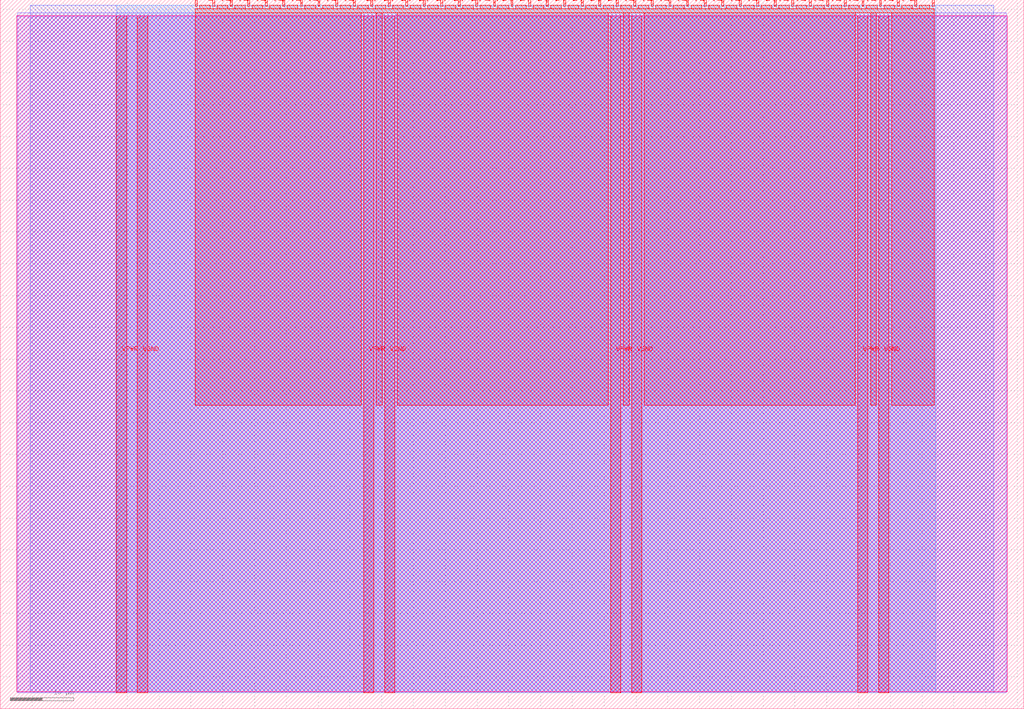
<source format=lef>
VERSION 5.7 ;
  NOWIREEXTENSIONATPIN ON ;
  DIVIDERCHAR "/" ;
  BUSBITCHARS "[]" ;
MACRO tt_um_sleepy_module
  CLASS BLOCK ;
  FOREIGN tt_um_sleepy_module ;
  ORIGIN 0.000 0.000 ;
  SIZE 161.000 BY 111.520 ;
  PIN VGND
    DIRECTION INOUT ;
    USE GROUND ;
    PORT
      LAYER met4 ;
        RECT 21.580 2.480 23.180 109.040 ;
    END
    PORT
      LAYER met4 ;
        RECT 60.450 2.480 62.050 109.040 ;
    END
    PORT
      LAYER met4 ;
        RECT 99.320 2.480 100.920 109.040 ;
    END
    PORT
      LAYER met4 ;
        RECT 138.190 2.480 139.790 109.040 ;
    END
  END VGND
  PIN VPWR
    DIRECTION INOUT ;
    USE POWER ;
    PORT
      LAYER met4 ;
        RECT 18.280 2.480 19.880 109.040 ;
    END
    PORT
      LAYER met4 ;
        RECT 57.150 2.480 58.750 109.040 ;
    END
    PORT
      LAYER met4 ;
        RECT 96.020 2.480 97.620 109.040 ;
    END
    PORT
      LAYER met4 ;
        RECT 134.890 2.480 136.490 109.040 ;
    END
  END VPWR
  PIN clk
    DIRECTION INPUT ;
    USE SIGNAL ;
    ANTENNAGATEAREA 0.852000 ;
    PORT
      LAYER met4 ;
        RECT 143.830 110.520 144.130 111.520 ;
    END
  END clk
  PIN ena
    DIRECTION INPUT ;
    USE SIGNAL ;
    ANTENNAGATEAREA 0.196500 ;
    PORT
      LAYER met4 ;
        RECT 146.590 110.520 146.890 111.520 ;
    END
  END ena
  PIN rst_n
    DIRECTION INPUT ;
    USE SIGNAL ;
    ANTENNAGATEAREA 0.196500 ;
    PORT
      LAYER met4 ;
        RECT 141.070 110.520 141.370 111.520 ;
    END
  END rst_n
  PIN ui_in[0]
    DIRECTION INPUT ;
    USE SIGNAL ;
    ANTENNAGATEAREA 0.196500 ;
    PORT
      LAYER met4 ;
        RECT 138.310 110.520 138.610 111.520 ;
    END
  END ui_in[0]
  PIN ui_in[1]
    DIRECTION INPUT ;
    USE SIGNAL ;
    ANTENNAGATEAREA 0.196500 ;
    PORT
      LAYER met4 ;
        RECT 135.550 110.520 135.850 111.520 ;
    END
  END ui_in[1]
  PIN ui_in[2]
    DIRECTION INPUT ;
    USE SIGNAL ;
    PORT
      LAYER met4 ;
        RECT 132.790 110.520 133.090 111.520 ;
    END
  END ui_in[2]
  PIN ui_in[3]
    DIRECTION INPUT ;
    USE SIGNAL ;
    PORT
      LAYER met4 ;
        RECT 130.030 110.520 130.330 111.520 ;
    END
  END ui_in[3]
  PIN ui_in[4]
    DIRECTION INPUT ;
    USE SIGNAL ;
    PORT
      LAYER met4 ;
        RECT 127.270 110.520 127.570 111.520 ;
    END
  END ui_in[4]
  PIN ui_in[5]
    DIRECTION INPUT ;
    USE SIGNAL ;
    PORT
      LAYER met4 ;
        RECT 124.510 110.520 124.810 111.520 ;
    END
  END ui_in[5]
  PIN ui_in[6]
    DIRECTION INPUT ;
    USE SIGNAL ;
    PORT
      LAYER met4 ;
        RECT 121.750 110.520 122.050 111.520 ;
    END
  END ui_in[6]
  PIN ui_in[7]
    DIRECTION INPUT ;
    USE SIGNAL ;
    PORT
      LAYER met4 ;
        RECT 118.990 110.520 119.290 111.520 ;
    END
  END ui_in[7]
  PIN uio_in[0]
    DIRECTION INPUT ;
    USE SIGNAL ;
    ANTENNAGATEAREA 0.196500 ;
    PORT
      LAYER met4 ;
        RECT 116.230 110.520 116.530 111.520 ;
    END
  END uio_in[0]
  PIN uio_in[1]
    DIRECTION INPUT ;
    USE SIGNAL ;
    ANTENNAGATEAREA 0.196500 ;
    PORT
      LAYER met4 ;
        RECT 113.470 110.520 113.770 111.520 ;
    END
  END uio_in[1]
  PIN uio_in[2]
    DIRECTION INPUT ;
    USE SIGNAL ;
    ANTENNAGATEAREA 0.196500 ;
    PORT
      LAYER met4 ;
        RECT 110.710 110.520 111.010 111.520 ;
    END
  END uio_in[2]
  PIN uio_in[3]
    DIRECTION INPUT ;
    USE SIGNAL ;
    PORT
      LAYER met4 ;
        RECT 107.950 110.520 108.250 111.520 ;
    END
  END uio_in[3]
  PIN uio_in[4]
    DIRECTION INPUT ;
    USE SIGNAL ;
    PORT
      LAYER met4 ;
        RECT 105.190 110.520 105.490 111.520 ;
    END
  END uio_in[4]
  PIN uio_in[5]
    DIRECTION INPUT ;
    USE SIGNAL ;
    PORT
      LAYER met4 ;
        RECT 102.430 110.520 102.730 111.520 ;
    END
  END uio_in[5]
  PIN uio_in[6]
    DIRECTION INPUT ;
    USE SIGNAL ;
    PORT
      LAYER met4 ;
        RECT 99.670 110.520 99.970 111.520 ;
    END
  END uio_in[6]
  PIN uio_in[7]
    DIRECTION INPUT ;
    USE SIGNAL ;
    PORT
      LAYER met4 ;
        RECT 96.910 110.520 97.210 111.520 ;
    END
  END uio_in[7]
  PIN uio_oe[0]
    DIRECTION OUTPUT ;
    USE SIGNAL ;
    PORT
      LAYER met4 ;
        RECT 49.990 110.520 50.290 111.520 ;
    END
  END uio_oe[0]
  PIN uio_oe[1]
    DIRECTION OUTPUT ;
    USE SIGNAL ;
    PORT
      LAYER met4 ;
        RECT 47.230 110.520 47.530 111.520 ;
    END
  END uio_oe[1]
  PIN uio_oe[2]
    DIRECTION OUTPUT ;
    USE SIGNAL ;
    PORT
      LAYER met4 ;
        RECT 44.470 110.520 44.770 111.520 ;
    END
  END uio_oe[2]
  PIN uio_oe[3]
    DIRECTION OUTPUT ;
    USE SIGNAL ;
    PORT
      LAYER met4 ;
        RECT 41.710 110.520 42.010 111.520 ;
    END
  END uio_oe[3]
  PIN uio_oe[4]
    DIRECTION OUTPUT ;
    USE SIGNAL ;
    PORT
      LAYER met4 ;
        RECT 38.950 110.520 39.250 111.520 ;
    END
  END uio_oe[4]
  PIN uio_oe[5]
    DIRECTION OUTPUT ;
    USE SIGNAL ;
    PORT
      LAYER met4 ;
        RECT 36.190 110.520 36.490 111.520 ;
    END
  END uio_oe[5]
  PIN uio_oe[6]
    DIRECTION OUTPUT ;
    USE SIGNAL ;
    PORT
      LAYER met4 ;
        RECT 33.430 110.520 33.730 111.520 ;
    END
  END uio_oe[6]
  PIN uio_oe[7]
    DIRECTION OUTPUT ;
    USE SIGNAL ;
    PORT
      LAYER met4 ;
        RECT 30.670 110.520 30.970 111.520 ;
    END
  END uio_oe[7]
  PIN uio_out[0]
    DIRECTION OUTPUT ;
    USE SIGNAL ;
    PORT
      LAYER met4 ;
        RECT 72.070 110.520 72.370 111.520 ;
    END
  END uio_out[0]
  PIN uio_out[1]
    DIRECTION OUTPUT ;
    USE SIGNAL ;
    PORT
      LAYER met4 ;
        RECT 69.310 110.520 69.610 111.520 ;
    END
  END uio_out[1]
  PIN uio_out[2]
    DIRECTION OUTPUT ;
    USE SIGNAL ;
    PORT
      LAYER met4 ;
        RECT 66.550 110.520 66.850 111.520 ;
    END
  END uio_out[2]
  PIN uio_out[3]
    DIRECTION OUTPUT ;
    USE SIGNAL ;
    PORT
      LAYER met4 ;
        RECT 63.790 110.520 64.090 111.520 ;
    END
  END uio_out[3]
  PIN uio_out[4]
    DIRECTION OUTPUT ;
    USE SIGNAL ;
    PORT
      LAYER met4 ;
        RECT 61.030 110.520 61.330 111.520 ;
    END
  END uio_out[4]
  PIN uio_out[5]
    DIRECTION OUTPUT ;
    USE SIGNAL ;
    PORT
      LAYER met4 ;
        RECT 58.270 110.520 58.570 111.520 ;
    END
  END uio_out[5]
  PIN uio_out[6]
    DIRECTION OUTPUT ;
    USE SIGNAL ;
    PORT
      LAYER met4 ;
        RECT 55.510 110.520 55.810 111.520 ;
    END
  END uio_out[6]
  PIN uio_out[7]
    DIRECTION OUTPUT ;
    USE SIGNAL ;
    PORT
      LAYER met4 ;
        RECT 52.750 110.520 53.050 111.520 ;
    END
  END uio_out[7]
  PIN uo_out[0]
    DIRECTION OUTPUT ;
    USE SIGNAL ;
    ANTENNADIFFAREA 0.795200 ;
    PORT
      LAYER met4 ;
        RECT 94.150 110.520 94.450 111.520 ;
    END
  END uo_out[0]
  PIN uo_out[1]
    DIRECTION OUTPUT ;
    USE SIGNAL ;
    ANTENNADIFFAREA 0.445500 ;
    PORT
      LAYER met4 ;
        RECT 91.390 110.520 91.690 111.520 ;
    END
  END uo_out[1]
  PIN uo_out[2]
    DIRECTION OUTPUT ;
    USE SIGNAL ;
    ANTENNADIFFAREA 0.445500 ;
    PORT
      LAYER met4 ;
        RECT 88.630 110.520 88.930 111.520 ;
    END
  END uo_out[2]
  PIN uo_out[3]
    DIRECTION OUTPUT ;
    USE SIGNAL ;
    ANTENNADIFFAREA 0.795200 ;
    PORT
      LAYER met4 ;
        RECT 85.870 110.520 86.170 111.520 ;
    END
  END uo_out[3]
  PIN uo_out[4]
    DIRECTION OUTPUT ;
    USE SIGNAL ;
    PORT
      LAYER met4 ;
        RECT 83.110 110.520 83.410 111.520 ;
    END
  END uo_out[4]
  PIN uo_out[5]
    DIRECTION OUTPUT ;
    USE SIGNAL ;
    PORT
      LAYER met4 ;
        RECT 80.350 110.520 80.650 111.520 ;
    END
  END uo_out[5]
  PIN uo_out[6]
    DIRECTION OUTPUT ;
    USE SIGNAL ;
    PORT
      LAYER met4 ;
        RECT 77.590 110.520 77.890 111.520 ;
    END
  END uo_out[6]
  PIN uo_out[7]
    DIRECTION OUTPUT ;
    USE SIGNAL ;
    PORT
      LAYER met4 ;
        RECT 74.830 110.520 75.130 111.520 ;
    END
  END uo_out[7]
  OBS
      LAYER nwell ;
        RECT 2.570 2.635 158.430 108.990 ;
      LAYER li1 ;
        RECT 2.760 2.635 158.240 108.885 ;
      LAYER met1 ;
        RECT 2.760 2.480 158.240 109.440 ;
      LAYER met2 ;
        RECT 4.700 2.535 156.300 110.685 ;
      LAYER met3 ;
        RECT 18.290 2.555 147.135 110.665 ;
      LAYER met4 ;
        RECT 31.370 110.120 33.030 110.665 ;
        RECT 34.130 110.120 35.790 110.665 ;
        RECT 36.890 110.120 38.550 110.665 ;
        RECT 39.650 110.120 41.310 110.665 ;
        RECT 42.410 110.120 44.070 110.665 ;
        RECT 45.170 110.120 46.830 110.665 ;
        RECT 47.930 110.120 49.590 110.665 ;
        RECT 50.690 110.120 52.350 110.665 ;
        RECT 53.450 110.120 55.110 110.665 ;
        RECT 56.210 110.120 57.870 110.665 ;
        RECT 58.970 110.120 60.630 110.665 ;
        RECT 61.730 110.120 63.390 110.665 ;
        RECT 64.490 110.120 66.150 110.665 ;
        RECT 67.250 110.120 68.910 110.665 ;
        RECT 70.010 110.120 71.670 110.665 ;
        RECT 72.770 110.120 74.430 110.665 ;
        RECT 75.530 110.120 77.190 110.665 ;
        RECT 78.290 110.120 79.950 110.665 ;
        RECT 81.050 110.120 82.710 110.665 ;
        RECT 83.810 110.120 85.470 110.665 ;
        RECT 86.570 110.120 88.230 110.665 ;
        RECT 89.330 110.120 90.990 110.665 ;
        RECT 92.090 110.120 93.750 110.665 ;
        RECT 94.850 110.120 96.510 110.665 ;
        RECT 97.610 110.120 99.270 110.665 ;
        RECT 100.370 110.120 102.030 110.665 ;
        RECT 103.130 110.120 104.790 110.665 ;
        RECT 105.890 110.120 107.550 110.665 ;
        RECT 108.650 110.120 110.310 110.665 ;
        RECT 111.410 110.120 113.070 110.665 ;
        RECT 114.170 110.120 115.830 110.665 ;
        RECT 116.930 110.120 118.590 110.665 ;
        RECT 119.690 110.120 121.350 110.665 ;
        RECT 122.450 110.120 124.110 110.665 ;
        RECT 125.210 110.120 126.870 110.665 ;
        RECT 127.970 110.120 129.630 110.665 ;
        RECT 130.730 110.120 132.390 110.665 ;
        RECT 133.490 110.120 135.150 110.665 ;
        RECT 136.250 110.120 137.910 110.665 ;
        RECT 139.010 110.120 140.670 110.665 ;
        RECT 141.770 110.120 143.430 110.665 ;
        RECT 144.530 110.120 146.190 110.665 ;
        RECT 30.655 109.440 146.905 110.120 ;
        RECT 30.655 47.775 56.750 109.440 ;
        RECT 59.150 47.775 60.050 109.440 ;
        RECT 62.450 47.775 95.620 109.440 ;
        RECT 98.020 47.775 98.920 109.440 ;
        RECT 101.320 47.775 134.490 109.440 ;
        RECT 136.890 47.775 137.790 109.440 ;
        RECT 140.190 47.775 146.905 109.440 ;
  END
END tt_um_sleepy_module
END LIBRARY


</source>
